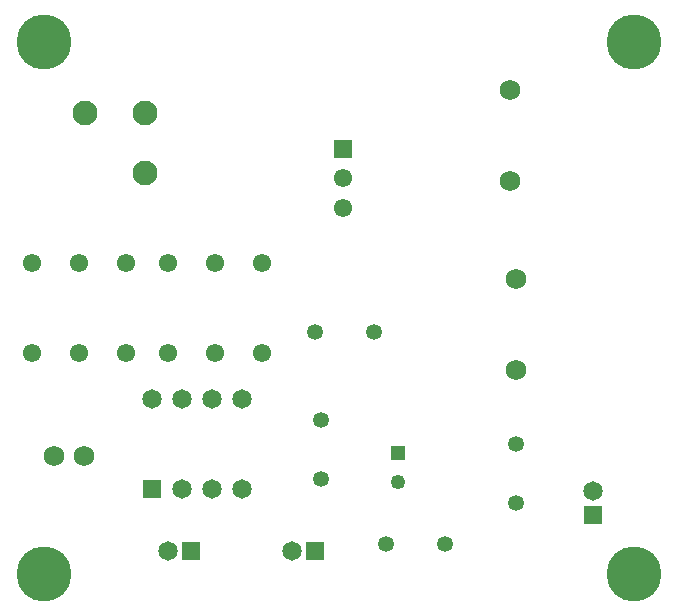
<source format=gbs>
G04*
G04 #@! TF.GenerationSoftware,Altium Limited,Altium Designer,23.2.1 (34)*
G04*
G04 Layer_Color=16711935*
%FSLAX44Y44*%
%MOMM*%
G71*
G04*
G04 #@! TF.SameCoordinates,58D706FB-8AEF-4135-8DC0-6D3B37A59AC3*
G04*
G04*
G04 #@! TF.FilePolarity,Negative*
G04*
G01*
G75*
%ADD17C,4.6500*%
%ADD18R,1.2500X1.2500*%
%ADD19C,1.2500*%
%ADD20C,1.7500*%
%ADD21R,1.6500X1.6500*%
%ADD22C,1.6500*%
%ADD23C,1.3500*%
%ADD24C,2.1000*%
%ADD25R,1.5500X1.5500*%
%ADD26C,1.5500*%
%ADD27R,1.6500X1.6500*%
D17*
X25000Y25000D02*
D03*
X525000Y475000D02*
D03*
X25000D02*
D03*
X525000Y25000D02*
D03*
D18*
X325000Y127500D02*
D03*
D19*
Y102500D02*
D03*
D20*
X58950Y124500D02*
D03*
X33550D02*
D03*
X420000Y435000D02*
D03*
Y358000D02*
D03*
X425000Y275000D02*
D03*
Y198000D02*
D03*
D21*
X490000Y75000D02*
D03*
X116900Y96900D02*
D03*
D22*
X490000Y95000D02*
D03*
X193100Y173100D02*
D03*
X167700D02*
D03*
X142300D02*
D03*
X116900D02*
D03*
X193100Y96900D02*
D03*
X167700D02*
D03*
X142300D02*
D03*
X130000Y44500D02*
D03*
X235000D02*
D03*
D23*
X425000Y85000D02*
D03*
Y135000D02*
D03*
X260000Y155000D02*
D03*
Y105000D02*
D03*
X365000Y50000D02*
D03*
X315000D02*
D03*
X255000Y230000D02*
D03*
X305000D02*
D03*
D24*
X60000Y415000D02*
D03*
X110800D02*
D03*
Y364200D02*
D03*
D25*
X278450Y385000D02*
D03*
D26*
Y360000D02*
D03*
Y335000D02*
D03*
X15000Y288100D02*
D03*
Y211900D02*
D03*
X95000Y288100D02*
D03*
Y211900D02*
D03*
X55000D02*
D03*
Y288100D02*
D03*
X130000Y211900D02*
D03*
Y288100D02*
D03*
X170000Y211900D02*
D03*
Y288100D02*
D03*
X210000D02*
D03*
Y211900D02*
D03*
D27*
X150000Y44500D02*
D03*
X255000D02*
D03*
M02*

</source>
